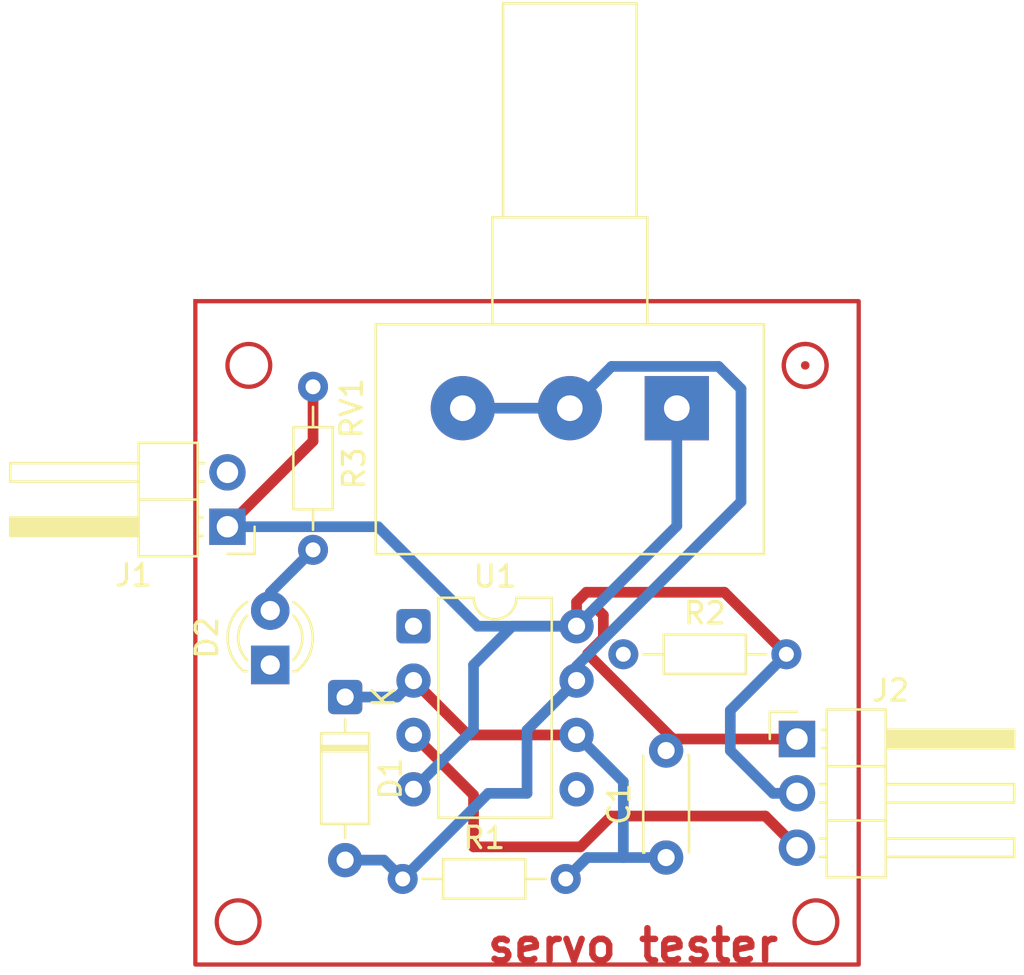
<source format=kicad_pcb>
(kicad_pcb (version 20241229) (generator "pcbnew") (generator_version "9.0")
  (layers (0 "F.Cu" signal) (2 "B.Cu" signal) (13 "F.Paste" user) (15 "B.Paste" user) (5 "F.SilkS" user "F.Silkscreen") (7 "B.SilkS" user "B.Silkscreen") (1 "F.Mask" user) (3 "B.Mask" user) (25 "Edge.Cuts" user))
  (net 0 "")
  (net 1 "GND")
  (net 2 "Net-(D1-A)")
  (net 3 "Net-(D2-A)")
  (net 4 "/VCC")
  (net 6 "/SIG")
  (footprint "Package_DIP:DIP-8_W7.62mm" (layer "F.Cu") (at 155.695 105.19)
    (property "Reference" "U1" (at 3.81 -2.33 0) (layer "F.SilkS"))
    (property "Value" "NE555P")
    (fp_line (start 1.16 -1.33) (end 1.16 8.95) (stroke (width 0.12)) (layer "F.SilkS"))
    (fp_line (start 1.16 8.95) (end 6.46 8.95) (stroke (width 0.12)) (layer "F.SilkS"))
    (fp_line (start 2.81 -1.33) (end 1.16 -1.33) (stroke (width 0.12)) (layer "F.SilkS"))
    (fp_line (start 6.46 -1.33) (end 4.81 -1.33) (stroke (width 0.12)) (layer "F.SilkS"))
    (fp_line (start 6.46 8.95) (end 6.46 -1.33) (stroke (width 0.12)) (layer "F.SilkS"))
    (fp_arc (start 4.81 -1.33) (mid 3.81 -0.33) (end 2.81 -1.33) (stroke (width 0.12)) (layer "F.SilkS"))
    (pad "1" thru_hole roundrect (at 0 0) (size 1.6 1.6) (drill 0.8) (layers "*.Cu" "*.Mask") (roundrect_rratio 0.15625) (net 1 "GND"))
    (pad "2" thru_hole circle (at 0 2.54) (size 1.6 1.6) (drill 0.8) (layers "*.Cu" "*.Mask") (net 1 "GND"))
    (pad "3" thru_hole circle (at 0 5.08) (size 1.6 1.6) (drill 0.8) (layers "*.Cu" "*.Mask") (net 6 "/SIG"))
    (pad "4" thru_hole circle (at 0 7.62) (size 1.6 1.6) (drill 0.8) (layers "*.Cu" "*.Mask") (net 4 "/VCC"))
    (pad "5" thru_hole circle (at 7.62 7.62) (size 1.6 1.6) (drill 0.8) (layers "*.Cu" "*.Mask"))
    (pad "6" thru_hole circle (at 7.62 5.08) (size 1.6 1.6) (drill 0.8) (layers "*.Cu" "*.Mask") (net 1 "GND"))
    (pad "7" thru_hole circle (at 7.62 2.54) (size 1.6 1.6) (drill 0.8) (layers "*.Cu" "*.Mask") (net 2 "Net-(D1-A)"))
    (pad "8" thru_hole circle (at 7.62 0) (size 1.6 1.6) (drill 0.8) (layers "*.Cu" "*.Mask") (net 4 "/VCC"))
  )
  (footprint "LED_THT:LED_D3.0mm" (layer "F.Cu") (at 149 107 90)
    (property "Reference" "D2" (at 1.27 -2.96 90) (layer "F.SilkS"))
    (property "Value" "LED")
    (fp_line (start -0.29 -1.236) (end -0.29 -1.08) (stroke (width 0.12)) (layer "F.SilkS"))
    (fp_line (start -0.29 1.08) (end -0.29 1.236) (stroke (width 0.12)) (layer "F.SilkS"))
    (fp_arc (start -0.29 -1.235516) (mid 1.36566 -1.987699) (end 2.941437 -1.08) (stroke (width 0.12)) (layer "F.SilkS"))
    (fp_arc (start 0.229039 -1.08) (mid 1.27 -1.5) (end 2.310961 -1.08) (stroke (width 0.12)) (layer "F.SilkS"))
    (fp_arc (start 2.941437 1.08) (mid 1.36566 1.987699) (end -0.29 1.235516) (stroke (width 0.12)) (layer "F.SilkS"))
    (fp_arc (start 2.310961 1.08) (mid 1.27 1.5) (end 0.229039 1.08) (stroke (width 0.12)) (layer "F.SilkS"))
    (pad "1" thru_hole rect (at 0 0 90) (size 1.8 1.8) (drill 0.9) (layers "*.Cu" "*.Mask") (net 1 "GND"))
    (pad "2" thru_hole circle (at 2.54 0 90) (size 1.8 1.8) (drill 0.9) (layers "*.Cu" "*.Mask") (net 3 "Net-(D2-A)"))
  )
  (footprint "Capacitor_THT:C_Disc_D4.3mm_W1.9mm_P5.00mm" (layer "F.Cu") (at 167.5 116 90)
    (property "Reference" "C1" (at 2.5 -2.2 90) (layer "F.SilkS"))
    (property "Value" "22nF")
    (fp_line (start 0.23 -1.07) (end 4.77 -1.07) (stroke (width 0.12)) (layer "F.SilkS"))
    (fp_line (start 0.23 -1.014) (end 0.23 -1.07) (stroke (width 0.12)) (layer "F.SilkS"))
    (fp_line (start 4.77 1.014) (end 4.77 1.07) (stroke (width 0.12)) (layer "F.SilkS"))
    (fp_line (start 4.77 1.07) (end 0.23 1.07) (stroke (width 0.12)) (layer "F.SilkS"))
    (pad "1" thru_hole circle (at 0 0 90) (size 1.6 1.6) (drill 0.8) (layers "*.Cu" "*.Mask") (net 1 "GND"))
    (pad "2" thru_hole circle (at 5 0 90) (size 1.6 1.6) (drill 0.8) (layers "*.Cu" "*.Mask") (net 1 "GND"))
  )
  (footprint "Resistor_THT:R_Axial_DIN0204_L3.6mm_D1.6mm_P7.62mm_Horizontal" (layer "F.Cu") (at 155.19 117)
    (property "Reference" "R1" (at 3.81 -1.92 0) (layer "F.SilkS"))
    (property "Value" "3.3M")
    (fp_line (start 0.94 0) (end 1.89 0) (stroke (width 0.12)) (layer "F.SilkS"))
    (fp_line (start 6.68 0) (end 5.73 0) (stroke (width 0.12)) (layer "F.SilkS"))
    (fp_rect (start 1.89 -0.92) (end 5.73 0.92) (stroke (width 0.12)) (fill no) (layer "F.SilkS"))
    (pad "1" thru_hole circle (at 0 0) (size 1.4 1.4) (drill 0.7) (layers "*.Cu" "*.Mask") (net 2 "Net-(D1-A)"))
    (pad "2" thru_hole circle (at 7.62 0) (size 1.4 1.4) (drill 0.7) (layers "*.Cu" "*.Mask") (net 1 "GND"))
  )
  (footprint "Connector_PinHeader_2.54mm:PinHeader_1x03_P2.54mm_Horizontal" (layer "F.Cu") (at 173.615 110.46)
    (property "Reference" "J2" (at 4.385 -2.27 0) (layer "F.SilkS"))
    (property "Value" "Conn_01x03_Pin")
    (fp_line (start -1.27 -1.27) (end 0 -1.27) (stroke (width 0.12)) (layer "F.SilkS"))
    (fp_line (start -1.27 0) (end -1.27 -1.27) (stroke (width 0.12)) (layer "F.SilkS"))
    (fp_line (start 1.077358 2.11) (end 1.39 2.11) (stroke (width 0.12)) (layer "F.SilkS"))
    (fp_line (start 1.077358 2.97) (end 1.39 2.97) (stroke (width 0.12)) (layer "F.SilkS"))
    (fp_line (start 1.077358 4.65) (end 1.39 4.65) (stroke (width 0.12)) (layer "F.SilkS"))
    (fp_line (start 1.077358 5.51) (end 1.39 5.51) (stroke (width 0.12)) (layer "F.SilkS"))
    (fp_line (start 1.16 -0.43) (end 1.39 -0.43) (stroke (width 0.12)) (layer "F.SilkS"))
    (fp_line (start 1.16 0.43) (end 1.39 0.43) (stroke (width 0.12)) (layer "F.SilkS"))
    (fp_line (start 1.39 -1.38) (end 1.39 6.46) (stroke (width 0.12)) (layer "F.SilkS"))
    (fp_line (start 1.39 1.27) (end 4.15 1.27) (stroke (width 0.12)) (layer "F.SilkS"))
    (fp_line (start 1.39 3.81) (end 4.15 3.81) (stroke (width 0.12)) (layer "F.SilkS"))
    (fp_line (start 1.39 6.46) (end 4.15 6.46) (stroke (width 0.12)) (layer "F.SilkS"))
    (fp_line (start 4.15 -1.38) (end 1.39 -1.38) (stroke (width 0.12)) (layer "F.SilkS"))
    (fp_line (start 4.15 2.11) (end 10.15 2.11) (stroke (width 0.12)) (layer "F.SilkS"))
    (fp_line (start 4.15 4.65) (end 10.15 4.65) (stroke (width 0.12)) (layer "F.SilkS"))
    (fp_line (start 4.15 6.46) (end 4.15 -1.38) (stroke (width 0.12)) (layer "F.SilkS"))
    (fp_line (start 10.15 2.11) (end 10.15 2.97) (stroke (width 0.12)) (layer "F.SilkS"))
    (fp_line (start 10.15 2.97) (end 4.15 2.97) (stroke (width 0.12)) (layer "F.SilkS"))
    (fp_line (start 10.15 4.65) (end 10.15 5.51) (stroke (width 0.12)) (layer "F.SilkS"))
    (fp_line (start 10.15 5.51) (end 4.15 5.51) (stroke (width 0.12)) (layer "F.SilkS"))
    (fp_rect (start 4.15 -0.43) (end 10.15 0.43) (stroke (width 0.12)) (fill yes) (layer "F.SilkS"))
    (pad "1" thru_hole rect (at 0 0) (size 1.7 1.7) (drill 1) (layers "*.Cu" "*.Mask") (net 1 "GND"))
    (pad "2" thru_hole circle (at 0 2.54) (size 1.7 1.7) (drill 1) (layers "*.Cu" "*.Mask") (net 4 "/VCC"))
    (pad "3" thru_hole circle (at 0 5.08) (size 1.7 1.7) (drill 1) (layers "*.Cu" "*.Mask") (net 6 "/SIG"))
  )
  (footprint "Resistor_THT:R_Axial_DIN0204_L3.6mm_D1.6mm_P7.62mm_Horizontal" (layer "F.Cu") (at 151 94 -90)
    (property "Reference" "R3" (at 3.81 -1.92 90) (layer "F.SilkS"))
    (property "Value" "1k")
    (fp_line (start 0.94 0) (end 1.89 0) (stroke (width 0.12)) (layer "F.SilkS"))
    (fp_line (start 6.68 0) (end 5.73 0) (stroke (width 0.12)) (layer "F.SilkS"))
    (fp_rect (start 1.89 -0.92) (end 5.73 0.92) (stroke (width 0.12)) (fill no) (layer "F.SilkS"))
    (pad "1" thru_hole circle (at 0 0 270) (size 1.4 1.4) (drill 0.7) (layers "*.Cu" "*.Mask") (net 4 "/VCC"))
    (pad "2" thru_hole circle (at 7.62 0 270) (size 1.4 1.4) (drill 0.7) (layers "*.Cu" "*.Mask") (net 3 "Net-(D2-A)"))
  )
  (footprint "Potentiometer_THT:Potentiometer_Alps_RK163_Single_Horizontal" (layer "F.Cu") (at 168 95 -90)
    (property "Reference" "RV1" (at 0 15.2 90) (layer "F.SilkS"))
    (property "Value" "100k")
    (fp_line (start -3.92 14.07) (end -3.92 -4.07) (stroke (width 0.12)) (layer "F.SilkS"))
    (fp_line (start 6.82 14.07) (end -3.92 14.07) (stroke (width 0.12)) (layer "F.SilkS"))
    (fp_line (start 6.82 14.07) (end 6.82 -4.07) (stroke (width 0.12)) (layer "F.SilkS"))
    (fp_line (start -8.92 8.62) (end -8.92 1.38) (stroke (width 0.12)) (layer "F.SilkS"))
    (fp_line (start -3.92 8.62) (end -8.92 8.62) (stroke (width 0.12)) (layer "F.SilkS"))
    (fp_line (start -18.92 8.12) (end -18.92 1.88) (stroke (width 0.12)) (layer "F.SilkS"))
    (fp_line (start -8.92 8.12) (end -18.92 8.12) (stroke (width 0.12)) (layer "F.SilkS"))
    (fp_line (start -8.92 1.88) (end -18.92 1.88) (stroke (width 0.12)) (layer "F.SilkS"))
    (fp_line (start -3.92 1.38) (end -8.92 1.38) (stroke (width 0.12)) (layer "F.SilkS"))
    (fp_line (start 6.82 -4.07) (end -3.92 -4.07) (stroke (width 0.12)) (layer "F.SilkS"))
    (pad "1" thru_hole rect (at 0 0 90) (size 3 3) (drill 1.2) (layers "*.Cu" "*.Mask") (net 4 "/VCC"))
    (pad "2" thru_hole circle (at 0 5 90) (size 3 3) (drill 1.2) (layers "*.Cu" "*.Mask") (net 2 "Net-(D1-A)"))
    (pad "3" thru_hole circle (at 0 10 90) (size 3 3) (drill 1.2) (layers "*.Cu" "*.Mask") (net 2 "Net-(D1-A)"))
  )
  (footprint "Connector_PinHeader_2.54mm:PinHeader_1x02_P2.54mm_Horizontal" (layer "F.Cu") (at 147 100.54 180)
    (property "Reference" "J1" (at 4.385 -2.27 0) (layer "F.SilkS"))
    (property "Value" "Conn_01x02_Pin")
    (fp_line (start 10.15 2.97) (end 4.15 2.97) (stroke (width 0.12)) (layer "F.SilkS"))
    (fp_line (start 10.15 2.11) (end 10.15 2.97) (stroke (width 0.12)) (layer "F.SilkS"))
    (fp_line (start 4.15 3.92) (end 4.15 -1.38) (stroke (width 0.12)) (layer "F.SilkS"))
    (fp_line (start 4.15 2.11) (end 10.15 2.11) (stroke (width 0.12)) (layer "F.SilkS"))
    (fp_line (start 4.15 -1.38) (end 1.39 -1.38) (stroke (width 0.12)) (layer "F.SilkS"))
    (fp_line (start 1.39 3.92) (end 4.15 3.92) (stroke (width 0.12)) (layer "F.SilkS"))
    (fp_line (start 1.39 1.27) (end 4.15 1.27) (stroke (width 0.12)) (layer "F.SilkS"))
    (fp_line (start 1.39 -1.38) (end 1.39 3.92) (stroke (width 0.12)) (layer "F.SilkS"))
    (fp_line (start 1.16 0.43) (end 1.39 0.43) (stroke (width 0.12)) (layer "F.SilkS"))
    (fp_line (start 1.16 -0.43) (end 1.39 -0.43) (stroke (width 0.12)) (layer "F.SilkS"))
    (fp_line (start 1.077358 2.97) (end 1.39 2.97) (stroke (width 0.12)) (layer "F.SilkS"))
    (fp_line (start 1.077358 2.11) (end 1.39 2.11) (stroke (width 0.12)) (layer "F.SilkS"))
    (fp_line (start -1.27 0) (end -1.27 -1.27) (stroke (width 0.12)) (layer "F.SilkS"))
    (fp_line (start -1.27 -1.27) (end 0 -1.27) (stroke (width 0.12)) (layer "F.SilkS"))
    (fp_rect (start 4.15 -0.43) (end 10.15 0.43) (stroke (width 0.12)) (fill yes) (layer "F.SilkS"))
    (pad "1" thru_hole rect (at 0 0 180) (size 1.7 1.7) (drill 1) (layers "*.Cu" "*.Mask") (net 4 "/VCC"))
    (pad "2" thru_hole circle (at 0 2.54 180) (size 1.7 1.7) (drill 1) (layers "*.Cu" "*.Mask") (net 1 "GND"))
  )
  (footprint "Resistor_THT:R_Axial_DIN0204_L3.6mm_D1.6mm_P7.62mm_Horizontal" (layer "F.Cu") (at 165.5 106.5)
    (property "Reference" "R2" (at 3.81 -1.92 0) (layer "F.SilkS"))
    (property "Value" "56k")
    (fp_line (start 0.94 0) (end 1.89 0) (stroke (width 0.12)) (layer "F.SilkS"))
    (fp_line (start 6.68 0) (end 5.73 0) (stroke (width 0.12)) (layer "F.SilkS"))
    (fp_rect (start 1.89 -0.92) (end 5.73 0.92) (stroke (width 0.12)) (fill no) (layer "F.SilkS"))
    (pad "1" thru_hole circle (at 0 0) (size 1.4 1.4) (drill 0.7) (layers "*.Cu" "*.Mask") (net 4 "/VCC"))
    (pad "2" thru_hole circle (at 7.62 0) (size 1.4 1.4) (drill 0.7) (layers "*.Cu" "*.Mask") (net 4 "/VCC"))
  )
  (footprint "Diode_THT:D_DO-35_SOD27_P7.62mm_Horizontal" (layer "F.Cu") (at 152.5 108.5 -90)
    (property "Reference" "D1" (at 3.81 -2.12 90) (layer "F.SilkS"))
    (property "Value" "1N4148")
    (fp_line (start 1.04 0) (end 1.69 0) (stroke (width 0.12)) (layer "F.SilkS"))
    (fp_line (start 6.58 0) (end 5.93 0) (stroke (width 0.12)) (layer "F.SilkS"))
    (fp_line (start 2.29 -1.12) (end 2.29 1.12) (stroke (width 0.12)) (layer "F.SilkS"))
    (fp_line (start 2.41 -1.12) (end 2.41 1.12) (stroke (width 0.12)) (layer "F.SilkS"))
    (fp_line (start 2.53 -1.12) (end 2.53 1.12) (stroke (width 0.12)) (layer "F.SilkS"))
    (fp_rect (start 1.69 -1.12) (end 5.93 1.12) (stroke (width 0.12)) (fill no) (layer "F.SilkS"))
    (fp_text user "K" (at 0 -1.8 90) (layer "F.SilkS"))
    (pad "1" thru_hole roundrect (at 0 0 270) (size 1.6 1.6) (drill 0.8) (layers "*.Cu" "*.Mask") (roundrect_rratio 0.15625) (net 1 "GND"))
    (pad "2" thru_hole circle (at 7.62 0 270) (size 1.6 1.6) (drill 0.8) (layers "*.Cu" "*.Mask") (net 2 "Net-(D1-A)"))
  )
  (gr_circle (center 174 93) (end 174 93) (stroke (width 0.2)) (fill no) (layer "F.Cu"))
  (gr_circle (center 174.5 119) (end 174.5 120) (stroke (width 0.2)) (fill no) (layer "F.Cu"))
  (gr_rect (start 145.5 90) (end 176.5 121) (stroke (width 0.2)) (fill no) (layer "F.Cu") (net 2))
  (gr_circle (center 174 93) (end 173 93) (stroke (width 0.2)) (fill no) (layer "F.Cu"))
  (gr_circle (center 148 93) (end 148 94) (stroke (width 0.2)) (fill no) (layer "F.Cu"))
  (gr_circle (center 147.5 119) (end 147.5 120) (stroke (width 0.2)) (fill no) (layer "F.Cu"))
  (gr_circle (center 174 93) (end 174 94) (stroke (width 0.2)) (fill no) (layer "F.Cu"))
  (gr_text "servo tester" (at 159 121 0) (layer "F.Cu") (effects (font (size 1.5 1.5) (thickness 0.3) (bold yes)) (justify left bottom)))
  (segment (start 163.833182 106.479) (end 164.566 105.746182) (width 0.5) (layer "F.Cu") (net 1))
  (segment (start 173.615 110.46) (end 167.814182 110.46) (width 0.5) (layer "F.Cu") (net 1))
  (segment (start 163.315 110.27) (end 158.235 110.27) (width 0.5) (layer "F.Cu") (net 1))
  (segment (start 164.566 104.671818) (end 164.197091 104.302909) (width 0.5) (layer "F.Cu") (net 1))
  (segment (start 164.566 105.746182) (end 164.566 104.671818) (width 0.5) (layer "F.Cu") (net 1))
  (segment (start 158.235 110.27) (end 155.695 107.73) (width 0.5) (layer "F.Cu") (net 1))
  (segment (start 167.814182 110.46) (end 163.833182 106.479) (width 0.5) (layer "F.Cu") (net 1))
  (segment (start 165.5 116) (end 167.5 116) (width 0.5) (layer "B.Cu") (net 1))
  (segment (start 165.5 112.455) (end 165.5 116) (width 0.5) (layer "B.Cu") (net 1))
  (segment (start 154.925 108.5) (end 155.695 107.73) (width 0.5) (layer "B.Cu") (net 1))
  (segment (start 152.5 108.5) (end 154.925 108.5) (width 0.5) (layer "B.Cu") (net 1))
  (segment (start 162.81 117) (end 163.81 116) (width 0.5) (layer "B.Cu") (net 1))
  (segment (start 163.315 110.27) (end 165.5 112.455) (width 0.5) (layer "B.Cu") (net 1))
  (segment (start 163.81 116) (end 165.5 116) (width 0.5) (layer "B.Cu") (net 1))
  (segment (start 171 99.37224) (end 171 94.098) (width 0.5) (layer "B.Cu") (net 2))
  (segment (start 163.315 107.05724) (end 171 99.37224) (width 0.5) (layer "B.Cu") (net 2))
  (segment (start 163.315 107.73) (end 163.315 107.05724) (width 0.5) (layer "B.Cu") (net 2))
  (segment (start 163.315 107.73) (end 161 110.045) (width 0.5) (layer "B.Cu") (net 2))
  (segment (start 163 95) (end 158 95) (width 0.5) (layer "B.Cu") (net 2))
  (segment (start 154.31 116.12) (end 155.19 117) (width 0.5) (layer "B.Cu") (net 2))
  (segment (start 164.951 93.049) (end 163 95) (width 0.5) (layer "B.Cu") (net 2))
  (segment (start 171 94.098) (end 169.951 93.049) (width 0.5) (layer "B.Cu") (net 2))
  (segment (start 152.5 116.12) (end 154.31 116.12) (width 0.5) (layer "B.Cu") (net 2))
  (segment (start 159.19 113) (end 155.19 117) (width 0.5) (layer "B.Cu") (net 2))
  (segment (start 169.951 93.049) (end 164.951 93.049) (width 0.5) (layer "B.Cu") (net 2))
  (segment (start 161 110.045) (end 161 113) (width 0.5) (layer "B.Cu") (net 2))
  (segment (start 161 113) (end 159.19 113) (width 0.5) (layer "B.Cu") (net 2))
  (segment (start 149 103.62) (end 151 101.62) (width 0.5) (layer "B.Cu") (net 3))
  (segment (start 149 104.46) (end 149 103.62) (width 0.5) (layer "B.Cu") (net 3))
  (segment (start 151 94) (end 151 96.54) (width 0.5) (layer "F.Cu") (net 4))
  (segment (start 170.221909 103.601909) (end 163.771721 103.601909) (width 0.5) (layer "F.Cu") (net 4))
  (segment (start 163.315 104.05863) (end 163.315 105.19) (width 0.5) (layer "F.Cu") (net 4))
  (segment (start 163.771721 103.601909) (end 163.315 104.05863) (width 0.5) (layer "F.Cu") (net 4))
  (segment (start 173.12 106.5) (end 170.221909 103.601909) (width 0.5) (layer "F.Cu") (net 4))
  (segment (start 151 96.54) (end 147 100.54) (width 0.5) (layer "F.Cu") (net 4))
  (segment (start 155.695 112.81) (end 158.5 110.005) (width 0.5) (layer "B.Cu") (net 4))
  (segment (start 147 100.54) (end 154.04 100.54) (width 0.5) (layer "B.Cu") (net 4))
  (segment (start 154.04 100.54) (end 158.69 105.19) (width 0.5) (layer "B.Cu") (net 4))
  (segment (start 173.12 106.5) (end 170.5 109.12) (width 0.5) (layer "B.Cu") (net 4))
  (segment (start 172.5 113) (end 173.615 113) (width 0.5) (layer "B.Cu") (net 4))
  (segment (start 168 95) (end 168 100.505) (width 0.5) (layer "B.Cu") (net 4))
  (segment (start 168 100.505) (end 163.315 105.19) (width 0.5) (layer "B.Cu") (net 4))
  (segment (start 158.5 107) (end 160.31 105.19) (width 0.5) (layer "B.Cu") (net 4))
  (segment (start 160.31 105.19) (end 163.315 105.19) (width 0.5) (layer "B.Cu") (net 4))
  (segment (start 158.69 105.19) (end 163.315 105.19) (width 0.5) (layer "B.Cu") (net 4))
  (segment (start 170.5 109.12) (end 170.5 111) (width 0.5) (layer "B.Cu") (net 4))
  (segment (start 158.5 110.005) (end 158.5 107) (width 0.5) (layer "B.Cu") (net 4))
  (segment (start 170.5 111) (end 172.5 113) (width 0.5) (layer "B.Cu") (net 4))
  (segment (start 163.5 115.5) (end 158.5 115.5) (width 0.5) (layer "F.Cu") (net 6))
  (segment (start 172.136 114.061) (end 164.939 114.061) (width 0.5) (layer "F.Cu") (net 6))
  (segment (start 164.939 114.061) (end 163.5 115.5) (width 0.5) (layer "F.Cu") (net 6))
  (segment (start 158.5 115.5) (end 158.5 113.075) (width 0.5) (layer "F.Cu") (net 6))
  (segment (start 173.615 115.54) (end 172.136 114.061) (width 0.5) (layer "F.Cu") (net 6))
  (segment (start 158.5 113.075) (end 155.695 110.27) (width 0.5) (layer "F.Cu") (net 6))
)
</source>
